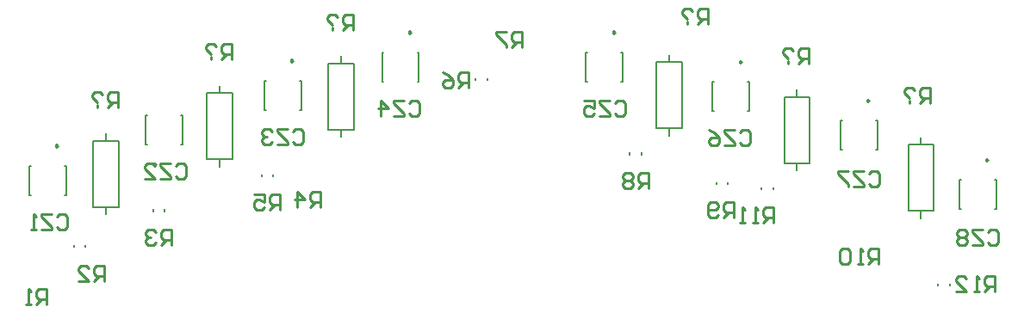
<source format=gbo>
G04*
G04 #@! TF.GenerationSoftware,Altium Limited,Altium Designer,23.10.1 (27)*
G04*
G04 Layer_Color=32896*
%FSLAX44Y44*%
%MOMM*%
G71*
G04*
G04 #@! TF.SameCoordinates,2FD0DFDD-310B-44B2-BA78-C92062C4FB9D*
G04*
G04*
G04 #@! TF.FilePolarity,Positive*
G04*
G01*
G75*
%ADD10C,0.2000*%
%ADD12C,0.2500*%
%ADD17C,0.2540*%
D10*
X332740Y920230D02*
Y927480D01*
Y847980D02*
Y855230D01*
X320240D02*
X345240D01*
X320240D02*
Y920230D01*
X345240D01*
Y855230D02*
Y920230D01*
X902970Y840220D02*
Y847470D01*
Y767970D02*
Y775220D01*
X890470D02*
X915470D01*
X890470D02*
Y840220D01*
X915470D01*
Y775220D02*
Y840220D01*
X781050Y887210D02*
Y894460D01*
Y814960D02*
Y822210D01*
X768550D02*
X793550D01*
X768550D02*
Y887210D01*
X793550D01*
Y822210D02*
Y887210D01*
X101600Y844030D02*
Y851280D01*
Y771780D02*
Y779030D01*
X89100D02*
X114100D01*
X89100D02*
Y844030D01*
X114100D01*
Y779030D02*
Y844030D01*
X655320Y921500D02*
Y928750D01*
Y849250D02*
Y856500D01*
X642820D02*
X667820D01*
X642820D02*
Y921500D01*
X667820D01*
Y856500D02*
Y921500D01*
X213360Y891020D02*
Y898270D01*
Y818770D02*
Y826020D01*
X200860D02*
X225860D01*
X200860D02*
Y891020D01*
X225860D01*
Y826020D02*
Y891020D01*
X26450Y819680D02*
X27750Y819680D01*
X61150D02*
X62450Y819680D01*
Y790680D02*
Y819680D01*
X26450Y790680D02*
X27750Y790680D01*
X61150D02*
X62450Y790680D01*
X26450D02*
Y819680D01*
X70196Y739918D02*
Y741918D01*
X81696Y739918D02*
Y741918D01*
X175450Y840210D02*
X176750D01*
X140750D02*
X142050Y840210D01*
X140750Y840210D02*
X140750Y869210D01*
X175450D02*
X176750D01*
X140750D02*
X142050D01*
X176750Y840210D02*
X176750Y869210D01*
X147920Y774970D02*
Y776970D01*
X159420Y774970D02*
Y776970D01*
X257590Y903500D02*
X258890D01*
X292290D02*
X293590D01*
X293590Y874500D02*
X293590Y903500D01*
X257590Y874500D02*
X258890D01*
X292290D02*
X293590D01*
X257590D02*
X257590Y903500D01*
X254600Y809260D02*
Y811260D01*
X266100Y809260D02*
Y811260D01*
X373160Y931440D02*
X374460Y931440D01*
X407860D02*
X409160Y931440D01*
Y902440D02*
Y931440D01*
X373160Y902440D02*
X374460Y902440D01*
X407860D02*
X409160Y902440D01*
X373160D02*
Y931440D01*
X464912Y903858D02*
Y905858D01*
X476412Y903858D02*
Y905858D01*
X573732Y931486D02*
X575033Y931486D01*
X608433D02*
X609733Y931486D01*
Y902486D02*
Y931486D01*
X573732Y902486D02*
X575033Y902486D01*
X608433D02*
X609733Y902486D01*
X573732D02*
Y931486D01*
X824010Y864130D02*
X825310Y864130D01*
X858710D02*
X860010Y864130D01*
Y835130D02*
Y864130D01*
X824010Y835130D02*
X825310Y835130D01*
X858710D02*
X860010Y835130D01*
X824010D02*
Y864130D01*
X628050Y830850D02*
Y832850D01*
X616550Y830850D02*
X616550Y832850D01*
X940850Y776710D02*
X940850Y805710D01*
X975550Y776710D02*
X976850D01*
X940850D02*
X942150D01*
X976850D02*
X976850Y805710D01*
X975550D02*
X976850D01*
X940850D02*
X942150D01*
X698170Y902550D02*
X698170Y873550D01*
X732870D02*
X734170D01*
X698170D02*
X699470D01*
X734170Y902550D02*
X734170Y873550D01*
X732870Y902550D02*
X734170D01*
X698170D02*
X699470D01*
X713140Y801640D02*
Y803640D01*
X701640D02*
X701640Y801640D01*
X757590Y796560D02*
Y798560D01*
X746090Y796560D02*
Y798560D01*
X931155Y701324D02*
Y703324D01*
X919655Y701324D02*
X919655Y703324D01*
D12*
X54700Y839180D02*
X52825Y840263D01*
Y838098D01*
X54700Y839180D01*
X151000Y820710D02*
X149125Y821793D01*
Y819627D01*
X151000Y820710D01*
X285840Y923000D02*
X283965Y924082D01*
Y921917D01*
X285840Y923000D01*
X401410Y950940D02*
X399535Y952023D01*
Y949857D01*
X401410Y950940D01*
X601983Y950986D02*
X600108Y952068D01*
Y949903D01*
X601983Y950986D01*
X852260Y883630D02*
X850385Y884713D01*
Y882548D01*
X852260Y883630D01*
X969100Y825210D02*
X967225Y826292D01*
Y824127D01*
X969100Y825210D01*
X726420Y922050D02*
X724545Y923132D01*
Y920967D01*
X726420Y922050D01*
D17*
X225298Y924306D02*
Y939541D01*
X217680D01*
X215141Y937002D01*
Y931924D01*
X217680Y929384D01*
X225298D01*
X220220D02*
X215141Y924306D01*
X210063Y937002D02*
X207524Y939541D01*
X202445D01*
X199906Y937002D01*
Y934463D01*
X204985Y929384D01*
Y926845D02*
Y924306D01*
X344678Y953516D02*
Y968751D01*
X337061D01*
X334521Y966212D01*
Y961133D01*
X337061Y958594D01*
X344678D01*
X339600D02*
X334521Y953516D01*
X329443Y966212D02*
X326904Y968751D01*
X321825D01*
X319286Y966212D01*
Y963673D01*
X324365Y958594D01*
Y956055D02*
Y953516D01*
X113538Y877316D02*
Y892551D01*
X105920D01*
X103381Y890012D01*
Y884933D01*
X105920Y882394D01*
X113538D01*
X108460D02*
X103381Y877316D01*
X98303Y890012D02*
X95764Y892551D01*
X90685D01*
X88146Y890012D01*
Y887473D01*
X93225Y882394D01*
Y879855D02*
Y877316D01*
X693416Y958852D02*
Y974088D01*
X685798D01*
X683259Y971548D01*
Y966470D01*
X685798Y963931D01*
X693416D01*
X688337D02*
X683259Y958852D01*
X678181Y971548D02*
X675642Y974088D01*
X670563D01*
X668024Y971548D01*
Y969009D01*
X673102Y963931D01*
Y961392D02*
Y958852D01*
X792988Y920496D02*
Y935731D01*
X785370D01*
X782831Y933192D01*
Y928113D01*
X785370Y925574D01*
X792988D01*
X787910D02*
X782831Y920496D01*
X777753Y933192D02*
X775214Y935731D01*
X770135D01*
X767596Y933192D01*
Y930653D01*
X772675Y925574D01*
Y923035D02*
Y920496D01*
X911856Y881383D02*
Y896618D01*
X904238D01*
X901699Y894078D01*
Y889000D01*
X904238Y886461D01*
X911856D01*
X906777D02*
X901699Y881383D01*
X896621Y894078D02*
X894082Y896618D01*
X889003D01*
X886464Y894078D01*
Y891539D01*
X891543Y886461D01*
Y883922D02*
Y881383D01*
X975354Y695963D02*
Y711198D01*
X967736D01*
X965197Y708658D01*
Y703580D01*
X967736Y701041D01*
X975354D01*
X970275D02*
X965197Y695963D01*
X960119D02*
X955040D01*
X957580D01*
Y711198D01*
X960119Y708658D01*
X937266Y695963D02*
X947423D01*
X937266Y706119D01*
Y708658D01*
X939805Y711198D01*
X944884D01*
X947423Y708658D01*
X758185Y763272D02*
Y778508D01*
X750567D01*
X748028Y775968D01*
Y770890D01*
X750567Y768351D01*
X758185D01*
X753106D02*
X748028Y763272D01*
X742950D02*
X737871D01*
X740410D01*
Y778508D01*
X742950Y775968D01*
X730254Y763272D02*
X725175D01*
X727714D01*
Y778508D01*
X730254Y775968D01*
X861054Y722633D02*
Y737868D01*
X853436D01*
X850897Y735328D01*
Y730250D01*
X853436Y727711D01*
X861054D01*
X855975D02*
X850897Y722633D01*
X845819D02*
X840740D01*
X843280D01*
Y737868D01*
X845819Y735328D01*
X833123D02*
X830584Y737868D01*
X825505D01*
X822966Y735328D01*
Y725172D01*
X825505Y722633D01*
X830584D01*
X833123Y725172D01*
Y735328D01*
X718816Y768353D02*
Y783587D01*
X711198D01*
X708659Y781048D01*
Y775970D01*
X711198Y773431D01*
X718816D01*
X713737D02*
X708659Y768353D01*
X703581Y770892D02*
X701042Y768353D01*
X695963D01*
X693424Y770892D01*
Y781048D01*
X695963Y783587D01*
X701042D01*
X703581Y781048D01*
Y778509D01*
X701042Y775970D01*
X693424D01*
X634996Y797562D02*
Y812797D01*
X627378D01*
X624839Y810258D01*
Y805180D01*
X627378Y802641D01*
X634996D01*
X629917D02*
X624839Y797562D01*
X619761Y810258D02*
X617222Y812797D01*
X612143D01*
X609604Y810258D01*
Y807719D01*
X612143Y805180D01*
X609604Y802641D01*
Y800102D01*
X612143Y797562D01*
X617222D01*
X619761Y800102D01*
Y802641D01*
X617222Y805180D01*
X619761Y807719D01*
Y810258D01*
X617222Y805180D02*
X612143D01*
X510536Y935993D02*
Y951227D01*
X502918D01*
X500379Y948688D01*
Y943610D01*
X502918Y941071D01*
X510536D01*
X505457D02*
X500379Y935993D01*
X495301Y951227D02*
X485144D01*
Y948688D01*
X495301Y938532D01*
Y935993D01*
X458466Y896622D02*
Y911858D01*
X450848D01*
X448309Y909318D01*
Y904240D01*
X450848Y901701D01*
X458466D01*
X453387D02*
X448309Y896622D01*
X433074Y911858D02*
X438153Y909318D01*
X443231Y904240D01*
Y899162D01*
X440692Y896622D01*
X435613D01*
X433074Y899162D01*
Y901701D01*
X435613Y904240D01*
X443231D01*
X273046Y775973D02*
Y791208D01*
X265428D01*
X262889Y788668D01*
Y783590D01*
X265428Y781051D01*
X273046D01*
X267967D02*
X262889Y775973D01*
X247654Y791208D02*
X257811D01*
Y783590D01*
X252733Y786129D01*
X250193D01*
X247654Y783590D01*
Y778512D01*
X250193Y775973D01*
X255272D01*
X257811Y778512D01*
X312416Y778512D02*
Y793747D01*
X304798D01*
X302259Y791208D01*
Y786130D01*
X304798Y783591D01*
X312416D01*
X307337D02*
X302259Y778512D01*
X289563D02*
Y793747D01*
X297181Y786130D01*
X287024D01*
X166366Y741683D02*
Y756917D01*
X158748D01*
X156209Y754378D01*
Y749300D01*
X158748Y746761D01*
X166366D01*
X161287D02*
X156209Y741683D01*
X151131Y754378D02*
X148592Y756917D01*
X143513D01*
X140974Y754378D01*
Y751839D01*
X143513Y749300D01*
X146053D01*
X143513D01*
X140974Y746761D01*
Y744222D01*
X143513Y741683D01*
X148592D01*
X151131Y744222D01*
X100326Y706123D02*
Y721357D01*
X92708D01*
X90169Y718818D01*
Y713740D01*
X92708Y711201D01*
X100326D01*
X95247D02*
X90169Y706123D01*
X74934D02*
X85091D01*
X74934Y716279D01*
Y718818D01*
X77473Y721357D01*
X82552D01*
X85091Y718818D01*
X43177Y683262D02*
Y698497D01*
X35559D01*
X33020Y695958D01*
Y690880D01*
X35559Y688341D01*
X43177D01*
X38098D02*
X33020Y683262D01*
X27942D02*
X22863D01*
X25402D01*
Y698497D01*
X27942Y695958D01*
X969007Y754378D02*
X971546Y756917D01*
X976624D01*
X979163Y754378D01*
Y744222D01*
X976624Y741683D01*
X971546D01*
X969007Y744222D01*
X963928Y756917D02*
X953772D01*
Y754378D01*
X963928Y744222D01*
Y741683D01*
X953772D01*
X948693Y754378D02*
X946154Y756917D01*
X941076D01*
X938537Y754378D01*
Y751839D01*
X941076Y749300D01*
X938537Y746761D01*
Y744222D01*
X941076Y741683D01*
X946154D01*
X948693Y744222D01*
Y746761D01*
X946154Y749300D01*
X948693Y751839D01*
Y754378D01*
X946154Y749300D02*
X941076D01*
X852167Y812093D02*
X854706Y814633D01*
X859784D01*
X862323Y812093D01*
Y801937D01*
X859784Y799398D01*
X854706D01*
X852167Y801937D01*
X847088Y814633D02*
X836932D01*
Y812093D01*
X847088Y801937D01*
Y799398D01*
X836932D01*
X831853Y814633D02*
X821697D01*
Y812093D01*
X831853Y801937D01*
Y799398D01*
X725167Y852168D02*
X727706Y854707D01*
X732784D01*
X735323Y852168D01*
Y842012D01*
X732784Y839473D01*
X727706D01*
X725167Y842012D01*
X720088Y854707D02*
X709932D01*
Y852168D01*
X720088Y842012D01*
Y839473D01*
X709932D01*
X694697Y854707D02*
X699775Y852168D01*
X704853Y847090D01*
Y842012D01*
X702314Y839473D01*
X697236D01*
X694697Y842012D01*
Y844551D01*
X697236Y847090D01*
X704853D01*
X601977Y881378D02*
X604516Y883917D01*
X609594D01*
X612133Y881378D01*
Y871222D01*
X609594Y868682D01*
X604516D01*
X601977Y871222D01*
X596898Y883917D02*
X586742D01*
Y881378D01*
X596898Y871222D01*
Y868682D01*
X586742D01*
X571507Y883917D02*
X581663D01*
Y876300D01*
X576585Y878839D01*
X574046D01*
X571507Y876300D01*
Y871222D01*
X574046Y868682D01*
X579124D01*
X581663Y871222D01*
X400016Y881544D02*
X402555Y884083D01*
X407633D01*
X410172Y881544D01*
Y871387D01*
X407633Y868848D01*
X402555D01*
X400016Y871387D01*
X394937Y884083D02*
X384781D01*
Y881544D01*
X394937Y871387D01*
Y868848D01*
X384781D01*
X372085D02*
Y884083D01*
X379702Y876466D01*
X369546D01*
X285747Y853438D02*
X288286Y855977D01*
X293364D01*
X295903Y853438D01*
Y843282D01*
X293364Y840742D01*
X288286D01*
X285747Y843282D01*
X280668Y855977D02*
X270512D01*
Y853438D01*
X280668Y843282D01*
Y840742D01*
X270512D01*
X265433Y853438D02*
X262894Y855977D01*
X257816D01*
X255277Y853438D01*
Y850899D01*
X257816Y848360D01*
X260355D01*
X257816D01*
X255277Y845821D01*
Y843282D01*
X257816Y840742D01*
X262894D01*
X265433Y843282D01*
X170177Y819148D02*
X172716Y821687D01*
X177794D01*
X180333Y819148D01*
Y808992D01*
X177794Y806452D01*
X172716D01*
X170177Y808992D01*
X165098Y821687D02*
X154942D01*
Y819148D01*
X165098Y808992D01*
Y806452D01*
X154942D01*
X139707D02*
X149863D01*
X139707Y816609D01*
Y819148D01*
X142246Y821687D01*
X147324D01*
X149863Y819148D01*
X53337Y769618D02*
X55877Y772158D01*
X60955D01*
X63494Y769618D01*
Y759462D01*
X60955Y756923D01*
X55877D01*
X53337Y759462D01*
X48259Y772158D02*
X38102D01*
Y769618D01*
X48259Y759462D01*
Y756923D01*
X38102D01*
X33024D02*
X27946D01*
X30485D01*
Y772158D01*
X33024Y769618D01*
M02*

</source>
